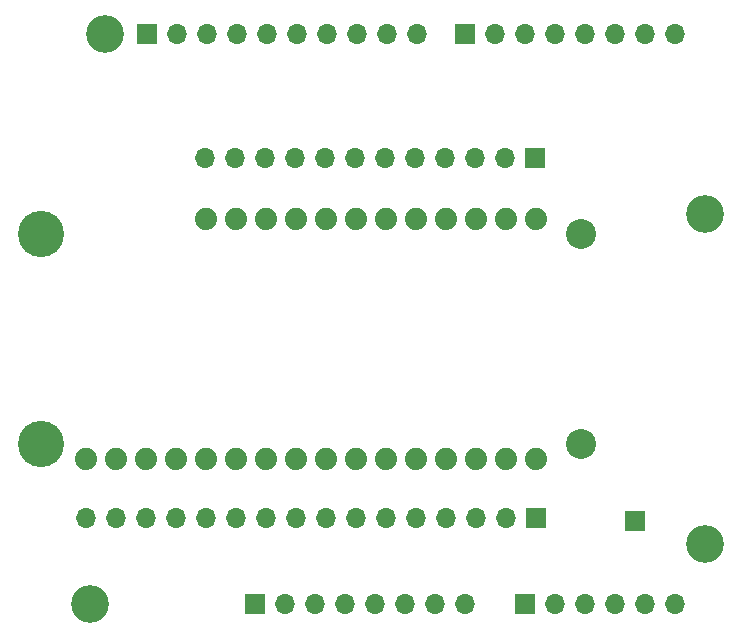
<source format=gbr>
%TF.GenerationSoftware,KiCad,Pcbnew,8.0.7*%
%TF.CreationDate,2025-01-02T12:36:53+09:00*%
%TF.ProjectId,nRF52840_UNO,6e524635-3238-4343-905f-554e4f2e6b69,rev?*%
%TF.SameCoordinates,Original*%
%TF.FileFunction,Soldermask,Bot*%
%TF.FilePolarity,Negative*%
%FSLAX46Y46*%
G04 Gerber Fmt 4.6, Leading zero omitted, Abs format (unit mm)*
G04 Created by KiCad (PCBNEW 8.0.7) date 2025-01-02 12:36:53*
%MOMM*%
%LPD*%
G01*
G04 APERTURE LIST*
%ADD10R,1.700000X1.700000*%
%ADD11O,1.700000X1.700000*%
%ADD12C,3.200000*%
%ADD13C,3.911600*%
%ADD14C,1.879600*%
%ADD15C,2.540000*%
G04 APERTURE END LIST*
D10*
%TO.C,TP1*%
X118000000Y-72750000D03*
%TD*%
%TO.C,J6*%
X109600000Y-72500000D03*
D11*
X107060000Y-72500000D03*
X104520000Y-72500000D03*
X101980000Y-72500000D03*
X99440000Y-72500000D03*
X96900000Y-72500000D03*
X94360000Y-72500000D03*
X91820000Y-72500000D03*
X89280000Y-72500000D03*
X86740000Y-72500000D03*
X84200000Y-72500000D03*
X81660000Y-72500000D03*
X79120000Y-72500000D03*
X76580000Y-72500000D03*
X74040000Y-72500000D03*
X71500000Y-72500000D03*
%TD*%
D10*
%TO.C,J5*%
X109540000Y-42000000D03*
D11*
X107000000Y-42000000D03*
X104460000Y-42000000D03*
X101920000Y-42000000D03*
X99380000Y-42000000D03*
X96840000Y-42000000D03*
X94300000Y-42000000D03*
X91760000Y-42000000D03*
X89220000Y-42000000D03*
X86680000Y-42000000D03*
X84140000Y-42000000D03*
X81600000Y-42000000D03*
%TD*%
D10*
%TO.C,J1*%
X85790000Y-79775000D03*
D11*
X88330000Y-79775000D03*
X90870000Y-79775000D03*
X93410000Y-79775000D03*
X95950000Y-79775000D03*
X98490000Y-79775000D03*
X101030000Y-79775000D03*
X103570000Y-79775000D03*
%TD*%
D10*
%TO.C,J4*%
X103570000Y-31515000D03*
D11*
X106110000Y-31515000D03*
X108650000Y-31515000D03*
X111190000Y-31515000D03*
X113730000Y-31515000D03*
X116270000Y-31515000D03*
X118810000Y-31515000D03*
X121350000Y-31515000D03*
%TD*%
D10*
%TO.C,J3*%
X108650000Y-79775000D03*
D11*
X111190000Y-79775000D03*
X113730000Y-79775000D03*
X116270000Y-79775000D03*
X118810000Y-79775000D03*
X121350000Y-79775000D03*
%TD*%
D10*
%TO.C,J2*%
X76646000Y-31515000D03*
D11*
X79186000Y-31515000D03*
X81726000Y-31515000D03*
X84266000Y-31515000D03*
X86806000Y-31515000D03*
X89346000Y-31515000D03*
X91886000Y-31515000D03*
X94426000Y-31515000D03*
X96966000Y-31515000D03*
X99506000Y-31515000D03*
%TD*%
D12*
%TO.C,MH1*%
X73090000Y-31515000D03*
%TD*%
%TO.C,MH3*%
X123890000Y-46755000D03*
%TD*%
%TO.C,MH2*%
X71820000Y-79775000D03*
%TD*%
D13*
%TO.C,MS1*%
X67680000Y-66200000D03*
X67680000Y-48420000D03*
D14*
X81650000Y-47150000D03*
X84190000Y-47150000D03*
X86730000Y-47150000D03*
X89270000Y-47150000D03*
X91810000Y-47150000D03*
X94350000Y-47150000D03*
X96890000Y-47150000D03*
X99430000Y-47150000D03*
X101970000Y-47150000D03*
X104510000Y-47150000D03*
X107050000Y-47150000D03*
X109590000Y-47150000D03*
X109590000Y-67470000D03*
X107050000Y-67470000D03*
X104510000Y-67470000D03*
X101970000Y-67470000D03*
X99430000Y-67470000D03*
X96890000Y-67470000D03*
X94350000Y-67470000D03*
X91810000Y-67470000D03*
X89270000Y-67470000D03*
X86730000Y-67470000D03*
X84190000Y-67470000D03*
X81650000Y-67470000D03*
X79110000Y-67470000D03*
X76570000Y-67470000D03*
X74030000Y-67470000D03*
X71490000Y-67470000D03*
D15*
X113400000Y-66200000D03*
X113400000Y-48420000D03*
%TD*%
D12*
%TO.C,MH4*%
X123890000Y-74695000D03*
%TD*%
M02*

</source>
